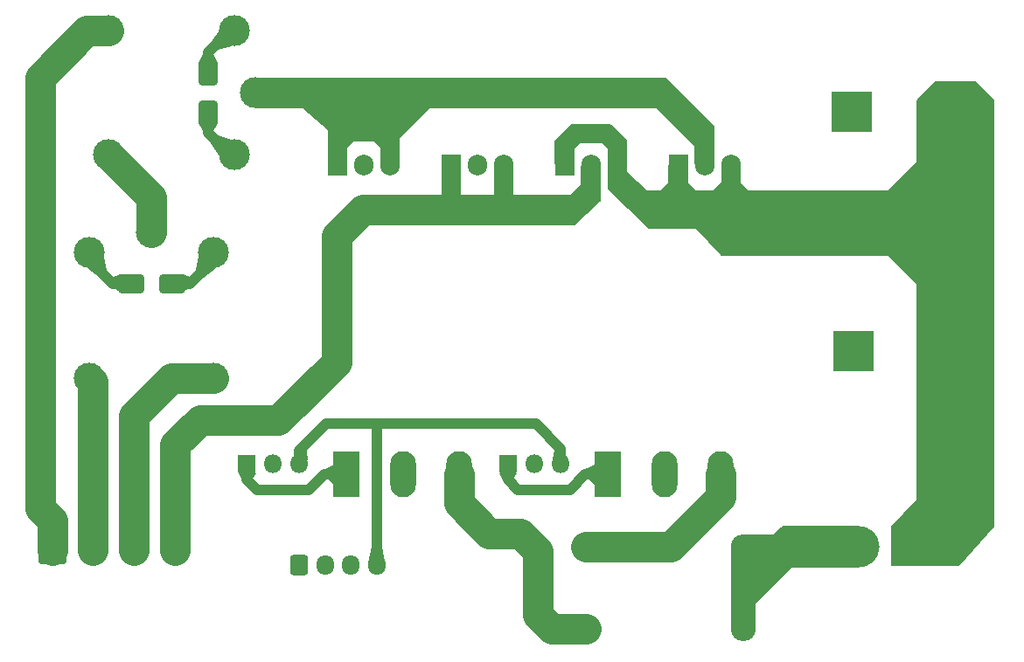
<source format=gbr>
%TF.GenerationSoftware,KiCad,Pcbnew,8.0.7-8.0.7-0~ubuntu20.04.1*%
%TF.CreationDate,2024-12-27T01:10:47+01:00*%
%TF.ProjectId,pcb_power,7063625f-706f-4776-9572-2e6b69636164,1.0.0*%
%TF.SameCoordinates,Original*%
%TF.FileFunction,Copper,L2,Bot*%
%TF.FilePolarity,Positive*%
%FSLAX46Y46*%
G04 Gerber Fmt 4.6, Leading zero omitted, Abs format (unit mm)*
G04 Created by KiCad (PCBNEW 8.0.7-8.0.7-0~ubuntu20.04.1) date 2024-12-27 01:10:47*
%MOMM*%
%LPD*%
G01*
G04 APERTURE LIST*
G04 Aperture macros list*
%AMRoundRect*
0 Rectangle with rounded corners*
0 $1 Rounding radius*
0 $2 $3 $4 $5 $6 $7 $8 $9 X,Y pos of 4 corners*
0 Add a 4 corners polygon primitive as box body*
4,1,4,$2,$3,$4,$5,$6,$7,$8,$9,$2,$3,0*
0 Add four circle primitives for the rounded corners*
1,1,$1+$1,$2,$3*
1,1,$1+$1,$4,$5*
1,1,$1+$1,$6,$7*
1,1,$1+$1,$8,$9*
0 Add four rect primitives between the rounded corners*
20,1,$1+$1,$2,$3,$4,$5,0*
20,1,$1+$1,$4,$5,$6,$7,0*
20,1,$1+$1,$6,$7,$8,$9,0*
20,1,$1+$1,$8,$9,$2,$3,0*%
G04 Aperture macros list end*
%TA.AperFunction,ComponentPad*%
%ADD10C,2.400000*%
%TD*%
%TA.AperFunction,ComponentPad*%
%ADD11O,2.400000X2.400000*%
%TD*%
%TA.AperFunction,ComponentPad*%
%ADD12R,4.000000X4.000000*%
%TD*%
%TA.AperFunction,ComponentPad*%
%ADD13C,4.000000*%
%TD*%
%TA.AperFunction,ComponentPad*%
%ADD14C,3.000000*%
%TD*%
%TA.AperFunction,ComponentPad*%
%ADD15RoundRect,0.250000X-0.600000X-0.725000X0.600000X-0.725000X0.600000X0.725000X-0.600000X0.725000X0*%
%TD*%
%TA.AperFunction,ComponentPad*%
%ADD16O,1.700000X1.950000*%
%TD*%
%TA.AperFunction,ComponentPad*%
%ADD17R,3.800000X3.800000*%
%TD*%
%TA.AperFunction,ComponentPad*%
%ADD18RoundRect,0.250001X-1.099999X-1.099999X1.099999X-1.099999X1.099999X1.099999X-1.099999X1.099999X0*%
%TD*%
%TA.AperFunction,ComponentPad*%
%ADD19C,2.700000*%
%TD*%
%TA.AperFunction,SMDPad,CuDef*%
%ADD20RoundRect,0.250000X1.000000X0.650000X-1.000000X0.650000X-1.000000X-0.650000X1.000000X-0.650000X0*%
%TD*%
%TA.AperFunction,ComponentPad*%
%ADD21R,1.905000X2.000000*%
%TD*%
%TA.AperFunction,ComponentPad*%
%ADD22O,1.905000X2.000000*%
%TD*%
%TA.AperFunction,ComponentPad*%
%ADD23R,1.800000X1.800000*%
%TD*%
%TA.AperFunction,ComponentPad*%
%ADD24O,1.800000X1.800000*%
%TD*%
%TA.AperFunction,SMDPad,CuDef*%
%ADD25RoundRect,0.250000X0.650000X-1.000000X0.650000X1.000000X-0.650000X1.000000X-0.650000X-1.000000X0*%
%TD*%
%TA.AperFunction,ComponentPad*%
%ADD26R,2.500000X4.500000*%
%TD*%
%TA.AperFunction,ComponentPad*%
%ADD27O,2.500000X4.500000*%
%TD*%
%TA.AperFunction,Conductor*%
%ADD28C,3.000000*%
%TD*%
%TA.AperFunction,Conductor*%
%ADD29C,1.000000*%
%TD*%
G04 APERTURE END LIST*
D10*
%TO.P,R40,1*%
%TO.N,/Series pass transistors/pwr_e1*%
X112080000Y-90500000D03*
D11*
%TO.P,R40,2*%
%TO.N,/Series pass transistors/emitter*%
X127320000Y-90500000D03*
%TD*%
D12*
%TO.P,C31,1*%
%TO.N,/Rectifier/+DC*%
X137842169Y-40300000D03*
D13*
%TO.P,C31,2*%
%TO.N,/Rectifier/-DC*%
X147842169Y-40300000D03*
%TD*%
D14*
%TO.P,K20,11*%
%TO.N,/Rectifier/AC2*%
X80050000Y-38500000D03*
%TO.P,K20,12*%
%TO.N,Net-(K20-Pad12)*%
X65850000Y-44500000D03*
%TO.P,K20,14*%
%TO.N,/Tab selector/30V_AC*%
X65850000Y-32500000D03*
%TO.P,K20,A1*%
%TO.N,/Tab selector/relay_2*%
X78050000Y-32500000D03*
%TO.P,K20,A2*%
%TO.N,/Tab selector/relay_VCC*%
X78050000Y-44500000D03*
%TD*%
%TO.P,K21,11*%
%TO.N,Net-(K20-Pad12)*%
X70000000Y-52000000D03*
%TO.P,K21,12*%
%TO.N,/Tab selector/10V_AC*%
X76000000Y-66200000D03*
%TO.P,K21,14*%
%TO.N,/Tab selector/20V_AC*%
X64000000Y-66200000D03*
%TO.P,K21,A1*%
%TO.N,/Tab selector/relay_1*%
X64000000Y-54000000D03*
%TO.P,K21,A2*%
%TO.N,/Tab selector/relay_VCC*%
X76000000Y-54000000D03*
%TD*%
D15*
%TO.P,J10,1,Pin_1*%
%TO.N,/Tab selector/relay_1*%
X84300000Y-84300000D03*
D16*
%TO.P,J10,2,Pin_2*%
%TO.N,/Tab selector/relay_2*%
X86800000Y-84300000D03*
%TO.P,J10,3,Pin_3*%
%TO.N,/Tab selector/relay_VCC*%
X89300000Y-84300000D03*
%TO.P,J10,4,Pin_4*%
%TO.N,/Series pass transistors/base*%
X91800000Y-84300000D03*
%TD*%
D17*
%TO.P,J12,1,Pin_1*%
%TO.N,/Rectifier/-DC*%
X143500000Y-82500000D03*
D13*
%TO.P,J12,2,Pin_2*%
%TO.N,/Series pass transistors/emitter*%
X138500000Y-82500000D03*
%TD*%
D12*
%TO.P,C30,1*%
%TO.N,/Rectifier/+DC*%
X138000000Y-63500000D03*
D13*
%TO.P,C30,2*%
%TO.N,/Rectifier/-DC*%
X148000000Y-63500000D03*
%TD*%
D10*
%TO.P,R41,1*%
%TO.N,/Series pass transistors/pwr_e2*%
X112080000Y-82500000D03*
D11*
%TO.P,R41,2*%
%TO.N,/Series pass transistors/emitter*%
X127320000Y-82500000D03*
%TD*%
D18*
%TO.P,J11,1,Pin_1*%
%TO.N,/Tab selector/30V_AC*%
X60382500Y-82850000D03*
D19*
%TO.P,J11,2,Pin_2*%
%TO.N,/Tab selector/20V_AC*%
X64342500Y-82850000D03*
%TO.P,J11,3,Pin_3*%
%TO.N,/Tab selector/10V_AC*%
X68302500Y-82850000D03*
%TO.P,J11,4,Pin_4*%
%TO.N,/Rectifier/AC1*%
X72262500Y-82850000D03*
%TD*%
D20*
%TO.P,D21,1,K*%
%TO.N,/Tab selector/relay_VCC*%
X72000000Y-57000000D03*
%TO.P,D21,2,A*%
%TO.N,/Tab selector/relay_1*%
X68000000Y-57000000D03*
%TD*%
D21*
%TO.P,D30,1,K*%
%TO.N,/Rectifier/AC1*%
X99000000Y-45500000D03*
D22*
%TO.P,D30,2,A*%
%TO.N,/Rectifier/+DC*%
X101540000Y-45500000D03*
%TO.P,D30,3,K*%
%TO.N,/Rectifier/AC1*%
X104080000Y-45500000D03*
%TD*%
D21*
%TO.P,D32,1,K*%
%TO.N,/Rectifier/AC2*%
X88000000Y-45500000D03*
D22*
%TO.P,D32,2,A*%
%TO.N,/Rectifier/+DC*%
X90540000Y-45500000D03*
%TO.P,D32,3,K*%
%TO.N,/Rectifier/AC2*%
X93080000Y-45500000D03*
%TD*%
D23*
%TO.P,Q43,1,E*%
%TO.N,/Series pass transistors/pwr_eb2*%
X104500000Y-74500000D03*
D24*
%TO.P,Q43,2,C*%
%TO.N,/Rectifier/+DC*%
X107040000Y-74500000D03*
%TO.P,Q43,3,B*%
%TO.N,/Series pass transistors/base*%
X109580000Y-74500000D03*
%TD*%
D25*
%TO.P,D20,1,K*%
%TO.N,/Tab selector/relay_VCC*%
X75500000Y-40500000D03*
%TO.P,D20,2,A*%
%TO.N,/Tab selector/relay_2*%
X75500000Y-36500000D03*
%TD*%
D26*
%TO.P,Q42,1,B*%
%TO.N,/Series pass transistors/pwr_eb2*%
X114200000Y-75500000D03*
D27*
%TO.P,Q42,2,C*%
%TO.N,/Rectifier/+DC*%
X119650000Y-75500000D03*
%TO.P,Q42,3,E*%
%TO.N,/Series pass transistors/pwr_e2*%
X125100000Y-75500000D03*
%TD*%
D21*
%TO.P,D31,1,K*%
%TO.N,/Rectifier/-DC*%
X110000000Y-45500000D03*
D22*
%TO.P,D31,2,A*%
%TO.N,/Rectifier/AC1*%
X112540000Y-45500000D03*
%TO.P,D31,3,K*%
%TO.N,/Rectifier/-DC*%
X115080000Y-45500000D03*
%TD*%
D26*
%TO.P,Q40,1,B*%
%TO.N,/Series pass transistors/pwr_eb1*%
X88900000Y-75500000D03*
D27*
%TO.P,Q40,2,C*%
%TO.N,/Rectifier/+DC*%
X94350000Y-75500000D03*
%TO.P,Q40,3,E*%
%TO.N,/Series pass transistors/pwr_e1*%
X99800000Y-75500000D03*
%TD*%
D21*
%TO.P,D33,1,K*%
%TO.N,/Rectifier/-DC*%
X121000000Y-45500000D03*
D22*
%TO.P,D33,2,A*%
%TO.N,/Rectifier/AC2*%
X123540000Y-45500000D03*
%TO.P,D33,3,K*%
%TO.N,/Rectifier/-DC*%
X126080000Y-45500000D03*
%TD*%
D23*
%TO.P,Q41,1,E*%
%TO.N,/Series pass transistors/pwr_eb1*%
X79250000Y-74500000D03*
D24*
%TO.P,Q41,2,C*%
%TO.N,/Rectifier/+DC*%
X81790000Y-74500000D03*
%TO.P,Q41,3,B*%
%TO.N,/Series pass transistors/base*%
X84330000Y-74500000D03*
%TD*%
D28*
%TO.N,/Rectifier/AC1*%
X82300000Y-70200000D02*
X87900000Y-64600000D01*
X87900000Y-52400000D02*
X90450000Y-49850000D01*
X74700000Y-70200000D02*
X82300000Y-70200000D01*
X72262500Y-82850000D02*
X72262500Y-72637500D01*
X90450000Y-49850000D02*
X100800000Y-49850000D01*
X87900000Y-64600000D02*
X87900000Y-52400000D01*
X72262500Y-72637500D02*
X74700000Y-70200000D01*
D29*
%TO.N,/Tab selector/relay_VCC*%
X75500000Y-40500000D02*
X75500000Y-42400000D01*
X75500000Y-42400000D02*
X77600000Y-44500000D01*
X76000000Y-54750000D02*
X76000000Y-54000000D01*
X72000000Y-57000000D02*
X73750000Y-57000000D01*
X73750000Y-57000000D02*
X76000000Y-54750000D01*
X77600000Y-44500000D02*
X78050000Y-44500000D01*
%TO.N,/Tab selector/relay_2*%
X77600000Y-32500000D02*
X78050000Y-32500000D01*
X75500000Y-36500000D02*
X75500000Y-34600000D01*
X75500000Y-34600000D02*
X77600000Y-32500000D01*
%TO.N,/Tab selector/relay_1*%
X64000000Y-54700000D02*
X64000000Y-54000000D01*
X66300000Y-57000000D02*
X64000000Y-54700000D01*
X68000000Y-57000000D02*
X66300000Y-57000000D01*
D28*
%TO.N,/Tab selector/10V_AC*%
X68302500Y-69797500D02*
X68302500Y-82850000D01*
X76000000Y-66200000D02*
X71900000Y-66200000D01*
X71900000Y-66200000D02*
X68302500Y-69797500D01*
%TO.N,/Tab selector/20V_AC*%
X64342500Y-66542500D02*
X64000000Y-66200000D01*
X64342500Y-82850000D02*
X64342500Y-66542500D01*
%TO.N,/Tab selector/30V_AC*%
X63700000Y-32500000D02*
X59200000Y-37000000D01*
X59200000Y-78800000D02*
X60382500Y-79982500D01*
X60382500Y-79982500D02*
X60382500Y-82850000D01*
X59200000Y-37000000D02*
X59200000Y-78800000D01*
X65850000Y-32500000D02*
X63700000Y-32500000D01*
%TO.N,Net-(K20-Pad12)*%
X70000000Y-48650000D02*
X65850000Y-44500000D01*
X70000000Y-52000000D02*
X70000000Y-48650000D01*
D29*
%TO.N,/Series pass transistors/base*%
X91600000Y-70600000D02*
X107200000Y-70600000D01*
X91800000Y-70800000D02*
X91600000Y-70600000D01*
X91800000Y-84300000D02*
X91800000Y-70800000D01*
X109580000Y-72980000D02*
X109580000Y-74500000D01*
X84330000Y-74500000D02*
X84330000Y-73170000D01*
X107200000Y-70600000D02*
X109580000Y-72980000D01*
X84330000Y-73170000D02*
X86900000Y-70600000D01*
X86900000Y-70600000D02*
X91600000Y-70600000D01*
D28*
%TO.N,/Series pass transistors/pwr_e1*%
X108800000Y-90500000D02*
X112080000Y-90500000D01*
X99800000Y-75500000D02*
X99800000Y-78300000D01*
X107400000Y-82900000D02*
X107400000Y-89100000D01*
X105700000Y-81200000D02*
X107400000Y-82900000D01*
X107400000Y-89100000D02*
X108800000Y-90500000D01*
X102700000Y-81200000D02*
X105700000Y-81200000D01*
X99800000Y-78300000D02*
X102700000Y-81200000D01*
D29*
%TO.N,/Series pass transistors/pwr_eb1*%
X80250000Y-77000000D02*
X85250000Y-77000000D01*
X86750000Y-75500000D02*
X88900000Y-75500000D01*
X85250000Y-77000000D02*
X86750000Y-75500000D01*
X79250000Y-76000000D02*
X80250000Y-77000000D01*
X79250000Y-74500000D02*
X79250000Y-76000000D01*
D28*
%TO.N,/Series pass transistors/pwr_e2*%
X125100000Y-75500000D02*
X125100000Y-77700000D01*
X120300000Y-82500000D02*
X112080000Y-82500000D01*
X125100000Y-77700000D02*
X120300000Y-82500000D01*
D29*
%TO.N,/Series pass transistors/pwr_eb2*%
X104500000Y-76000000D02*
X105500000Y-77000000D01*
X105500000Y-77000000D02*
X110500000Y-77000000D01*
X104500000Y-74500000D02*
X104500000Y-76000000D01*
X110500000Y-77000000D02*
X112000000Y-75500000D01*
X112000000Y-75500000D02*
X114200000Y-75500000D01*
%TD*%
%TA.AperFunction,Conductor*%
%TO.N,/Tab selector/relay_VCC*%
G36*
X75506662Y-40509306D02*
G01*
X75509261Y-40511689D01*
X76376024Y-41589521D01*
X76378538Y-41598116D01*
X76377120Y-41602560D01*
X76031121Y-42221807D01*
X76029180Y-42224373D01*
X75334650Y-42918903D01*
X75326377Y-42922330D01*
X75318104Y-42918903D01*
X75315935Y-42915908D01*
X74701113Y-41699459D01*
X74700439Y-41690529D01*
X74701836Y-41687668D01*
X75490430Y-40512500D01*
X75497883Y-40507541D01*
X75506662Y-40509306D01*
G37*
%TD.AperFunction*%
%TD*%
%TA.AperFunction,Conductor*%
%TO.N,/Series pass transistors/base*%
G36*
X109738831Y-72441734D02*
G01*
X109741630Y-72446227D01*
X110232629Y-73884389D01*
X110232059Y-73893325D01*
X110229529Y-73896733D01*
X109586935Y-74494909D01*
X109578544Y-74498038D01*
X109573272Y-74496568D01*
X108813799Y-74073770D01*
X108808237Y-74066751D01*
X108808108Y-74060837D01*
X109027690Y-73138781D01*
X109030796Y-73133223D01*
X109722286Y-72441733D01*
X109730558Y-72438307D01*
X109738831Y-72441734D01*
G37*
%TD.AperFunction*%
%TD*%
%TA.AperFunction,Conductor*%
%TO.N,/Series pass transistors/base*%
G36*
X84317341Y-72493844D02*
G01*
X84321005Y-72496325D01*
X85013087Y-73188407D01*
X85016413Y-73195142D01*
X85138214Y-74113927D01*
X85135904Y-74122579D01*
X85131565Y-74126066D01*
X84337084Y-74497068D01*
X84328138Y-74497464D01*
X84323494Y-74494357D01*
X83732145Y-73846813D01*
X83729098Y-73838395D01*
X83730030Y-73834320D01*
X84301980Y-72499986D01*
X84308387Y-72493735D01*
X84317341Y-72493844D01*
G37*
%TD.AperFunction*%
%TD*%
%TA.AperFunction,Conductor*%
%TO.N,/Series pass transistors/pwr_eb2*%
G36*
X112955798Y-74523876D02*
G01*
X113786270Y-75174571D01*
X114189187Y-75490267D01*
X114193586Y-75498067D01*
X114191181Y-75506693D01*
X114189367Y-75508543D01*
X112958185Y-76512915D01*
X112949608Y-76515489D01*
X112942523Y-76512129D01*
X112318198Y-75888908D01*
X111622621Y-75193331D01*
X111619194Y-75185058D01*
X111622621Y-75176785D01*
X111625701Y-75174573D01*
X112943397Y-74522599D01*
X112952330Y-74522003D01*
X112955798Y-74523876D01*
G37*
%TD.AperFunction*%
%TD*%
%TA.AperFunction,Conductor*%
%TO.N,/Series pass transistors/pwr_eb1*%
G36*
X79257566Y-74507598D02*
G01*
X79258097Y-74508097D01*
X80142922Y-75392922D01*
X80146349Y-75401195D01*
X80144103Y-75408087D01*
X79816223Y-75857840D01*
X79815042Y-75859221D01*
X79119497Y-76554766D01*
X79111224Y-76558193D01*
X79102951Y-76554766D01*
X79101021Y-76552220D01*
X78712049Y-75859221D01*
X78458357Y-75407240D01*
X78457297Y-75398350D01*
X78459787Y-75393776D01*
X79241054Y-74508626D01*
X79249096Y-74504693D01*
X79257566Y-74507598D01*
G37*
%TD.AperFunction*%
%TD*%
%TA.AperFunction,Conductor*%
%TO.N,/Rectifier/AC1*%
G36*
X99893039Y-45519685D02*
G01*
X99938794Y-45572489D01*
X99950000Y-45624000D01*
X99950000Y-48350000D01*
X103150000Y-48350000D01*
X103150000Y-45624000D01*
X103169685Y-45556961D01*
X103222489Y-45511206D01*
X103274000Y-45500000D01*
X104876000Y-45500000D01*
X104943039Y-45519685D01*
X104988794Y-45572489D01*
X105000000Y-45624000D01*
X105000000Y-48350000D01*
X110650000Y-48350000D01*
X111600000Y-47400000D01*
X111600000Y-45624000D01*
X111619685Y-45556961D01*
X111672489Y-45511206D01*
X111724000Y-45500000D01*
X113376000Y-45500000D01*
X113443039Y-45519685D01*
X113488794Y-45572489D01*
X113500000Y-45624000D01*
X113500000Y-48994137D01*
X113480315Y-49061176D01*
X113458159Y-49087013D01*
X110935184Y-51318876D01*
X110871929Y-51348550D01*
X110853025Y-51350000D01*
X98224000Y-51350000D01*
X98156961Y-51330315D01*
X98111206Y-51277511D01*
X98100000Y-51226000D01*
X98100000Y-45624000D01*
X98119685Y-45556961D01*
X98172489Y-45511206D01*
X98224000Y-45500000D01*
X99826000Y-45500000D01*
X99893039Y-45519685D01*
G37*
%TD.AperFunction*%
%TD*%
%TA.AperFunction,Conductor*%
%TO.N,/Tab selector/relay_1*%
G36*
X66907064Y-56121675D02*
G01*
X66909486Y-56123177D01*
X67987402Y-56990008D01*
X67991702Y-56997863D01*
X67989188Y-57006458D01*
X67985927Y-57009254D01*
X66769171Y-57712940D01*
X66760294Y-57714116D01*
X66757294Y-57712844D01*
X65641097Y-57043064D01*
X65635766Y-57035869D01*
X65637085Y-57027012D01*
X65638840Y-57024763D01*
X66333537Y-56330066D01*
X66337766Y-56327362D01*
X66898117Y-56121314D01*
X66907064Y-56121675D01*
G37*
%TD.AperFunction*%
%TD*%
%TA.AperFunction,Conductor*%
%TO.N,/Series pass transistors/pwr_eb2*%
G36*
X104507566Y-74507598D02*
G01*
X104508097Y-74508097D01*
X105392922Y-75392922D01*
X105396349Y-75401195D01*
X105394103Y-75408087D01*
X105066223Y-75857840D01*
X105065042Y-75859221D01*
X104369497Y-76554766D01*
X104361224Y-76558193D01*
X104352951Y-76554766D01*
X104351021Y-76552220D01*
X103962049Y-75859221D01*
X103708357Y-75407240D01*
X103707297Y-75398350D01*
X103709787Y-75393776D01*
X104491054Y-74508626D01*
X104499096Y-74504693D01*
X104507566Y-74507598D01*
G37*
%TD.AperFunction*%
%TD*%
%TA.AperFunction,Conductor*%
%TO.N,/Series pass transistors/emitter*%
G36*
X138443039Y-80519685D02*
G01*
X138488794Y-80572489D01*
X138500000Y-80624000D01*
X138500000Y-84376000D01*
X138480315Y-84443039D01*
X138427511Y-84488794D01*
X138376000Y-84500000D01*
X131999999Y-84500000D01*
X128500000Y-87999999D01*
X128500000Y-90498638D01*
X128480315Y-90565677D01*
X128463681Y-90586319D01*
X127434103Y-91615896D01*
X127372780Y-91649381D01*
X127303088Y-91644397D01*
X127262467Y-91619470D01*
X126140382Y-90587151D01*
X126104374Y-90527277D01*
X126100340Y-90495134D01*
X126149693Y-82549374D01*
X126169794Y-82482460D01*
X126184161Y-82464353D01*
X127263388Y-81338204D01*
X127323985Y-81303422D01*
X127352915Y-81300000D01*
X130199999Y-81300000D01*
X130200000Y-81300000D01*
X130918250Y-80624000D01*
X131014191Y-80533703D01*
X131076500Y-80502091D01*
X131099176Y-80500000D01*
X138376000Y-80500000D01*
X138443039Y-80519685D01*
G37*
%TD.AperFunction*%
%TD*%
%TA.AperFunction,Conductor*%
%TO.N,/Rectifier/AC2*%
G36*
X119716825Y-37019685D02*
G01*
X119736065Y-37034938D01*
X124462279Y-41613458D01*
X124496733Y-41674241D01*
X124500000Y-41702519D01*
X124500000Y-45376000D01*
X124480315Y-45443039D01*
X124427511Y-45488794D01*
X124376000Y-45500000D01*
X122724000Y-45500000D01*
X122656961Y-45480315D01*
X122611206Y-45427511D01*
X122600000Y-45376000D01*
X122600000Y-43650000D01*
X118900000Y-40000000D01*
X96950000Y-40000000D01*
X96949999Y-40000000D01*
X94000000Y-42900000D01*
X94000000Y-45376000D01*
X93980315Y-45443039D01*
X93927511Y-45488794D01*
X93876000Y-45500000D01*
X92274000Y-45500000D01*
X92206961Y-45480315D01*
X92161206Y-45427511D01*
X92150000Y-45376000D01*
X92150000Y-43850000D01*
X92149999Y-43849999D01*
X91450000Y-43200000D01*
X89650000Y-43200000D01*
X88950000Y-43849999D01*
X88950000Y-45376000D01*
X88930315Y-45443039D01*
X88877511Y-45488794D01*
X88826000Y-45500000D01*
X87174000Y-45500000D01*
X87106961Y-45480315D01*
X87061206Y-45427511D01*
X87050000Y-45376000D01*
X87050000Y-42100000D01*
X86535714Y-41650000D01*
X84650000Y-40000000D01*
X84649998Y-40000000D01*
X80124000Y-40000000D01*
X80056961Y-39980315D01*
X80011206Y-39927511D01*
X80000000Y-39876000D01*
X80000000Y-37124000D01*
X80019685Y-37056961D01*
X80072489Y-37011206D01*
X80124000Y-37000000D01*
X119649786Y-37000000D01*
X119716825Y-37019685D01*
G37*
%TD.AperFunction*%
%TD*%
%TA.AperFunction,Conductor*%
%TO.N,/Tab selector/relay_VCC*%
G36*
X75997181Y-54003820D02*
G01*
X76002686Y-54010883D01*
X76002932Y-54011975D01*
X76255708Y-55452417D01*
X76253763Y-55461158D01*
X76251418Y-55463634D01*
X75049940Y-56408906D01*
X75041319Y-56411329D01*
X75034433Y-56407984D01*
X74338965Y-55712516D01*
X74335538Y-55704243D01*
X74335711Y-55702239D01*
X74561496Y-54403589D01*
X74566289Y-54396027D01*
X74569904Y-54394319D01*
X75988296Y-54002719D01*
X75997181Y-54003820D01*
G37*
%TD.AperFunction*%
%TD*%
%TA.AperFunction,Conductor*%
%TO.N,/Rectifier/-DC*%
G36*
X149913589Y-37419685D02*
G01*
X149936700Y-37438859D01*
X151566150Y-39164159D01*
X151597870Y-39226412D01*
X151600000Y-39249299D01*
X151600000Y-80453537D01*
X151580315Y-80520576D01*
X151569468Y-80535022D01*
X148237064Y-84357485D01*
X148178172Y-84395082D01*
X148143596Y-84400000D01*
X141724000Y-84400000D01*
X141656961Y-84380315D01*
X141611206Y-84327511D01*
X141600000Y-84276000D01*
X141600000Y-80648591D01*
X141619685Y-80581552D01*
X141633009Y-80564349D01*
X144100000Y-77900000D01*
X144100000Y-57050000D01*
X141300000Y-54300000D01*
X125204233Y-54300000D01*
X125137194Y-54280315D01*
X125113183Y-54260178D01*
X122700000Y-51650000D01*
X122699999Y-51650000D01*
X118149963Y-51650000D01*
X118082924Y-51630315D01*
X118063995Y-51615362D01*
X114188032Y-47886587D01*
X114153367Y-47825923D01*
X114150000Y-47797225D01*
X114150000Y-43900000D01*
X113650000Y-43400000D01*
X111450000Y-43400000D01*
X111449999Y-43400000D01*
X110950000Y-43899999D01*
X110950000Y-45376000D01*
X110930315Y-45443039D01*
X110877511Y-45488794D01*
X110826000Y-45500000D01*
X109174000Y-45500000D01*
X109106961Y-45480315D01*
X109061206Y-45427511D01*
X109050000Y-45376000D01*
X109050000Y-43151362D01*
X109069685Y-43084323D01*
X109086319Y-43063681D01*
X110563681Y-41586319D01*
X110625004Y-41552834D01*
X110651362Y-41550000D01*
X114399786Y-41550000D01*
X114466825Y-41569685D01*
X114486065Y-41584938D01*
X116012279Y-43063458D01*
X116046733Y-43124241D01*
X116050000Y-43152519D01*
X116050000Y-46150000D01*
X117999997Y-47999998D01*
X117999998Y-47999998D01*
X118000000Y-48000000D01*
X119250000Y-48000000D01*
X120050000Y-47200000D01*
X120050000Y-45474000D01*
X120069685Y-45406961D01*
X120122489Y-45361206D01*
X120174000Y-45350000D01*
X121826000Y-45350000D01*
X121893039Y-45369685D01*
X121938794Y-45422489D01*
X121950000Y-45474000D01*
X121950000Y-47200000D01*
X122750000Y-48000000D01*
X124350000Y-48000000D01*
X125150000Y-47200000D01*
X125150000Y-45574000D01*
X125169685Y-45506961D01*
X125222489Y-45461206D01*
X125274000Y-45450000D01*
X126926000Y-45450000D01*
X126993039Y-45469685D01*
X127038794Y-45522489D01*
X127050000Y-45574000D01*
X127050000Y-47200000D01*
X127800000Y-48000000D01*
X141250000Y-48000000D01*
X144100000Y-45200000D01*
X144100000Y-39249299D01*
X144119685Y-39182260D01*
X144133846Y-39164162D01*
X145763300Y-37438859D01*
X145823642Y-37403636D01*
X145853450Y-37400000D01*
X149846550Y-37400000D01*
X149913589Y-37419685D01*
G37*
%TD.AperFunction*%
%TD*%
%TA.AperFunction,Conductor*%
%TO.N,/Tab selector/relay_VCC*%
G36*
X76449727Y-42637936D02*
G01*
X77787172Y-43038460D01*
X77794113Y-43044116D01*
X77795337Y-43047643D01*
X78048485Y-44488065D01*
X78046542Y-44496806D01*
X78038987Y-44501613D01*
X78037914Y-44501751D01*
X76576209Y-44621047D01*
X76567684Y-44618305D01*
X76565455Y-44615775D01*
X75741116Y-43350991D01*
X75739470Y-43342188D01*
X75742643Y-43336331D01*
X76438103Y-42640871D01*
X76446375Y-42637445D01*
X76449727Y-42637936D01*
G37*
%TD.AperFunction*%
%TD*%
%TA.AperFunction,Conductor*%
%TO.N,/Tab selector/relay_VCC*%
G36*
X73102092Y-56121721D02*
G01*
X73677168Y-56362714D01*
X73680918Y-56365232D01*
X74375618Y-57059932D01*
X74379045Y-57068205D01*
X74375618Y-57076478D01*
X74373199Y-57078335D01*
X73238558Y-57734005D01*
X73229680Y-57735178D01*
X73226704Y-57733919D01*
X72013729Y-57009330D01*
X72008384Y-57002146D01*
X72009685Y-56993286D01*
X72012393Y-56990171D01*
X73090243Y-56123394D01*
X73098837Y-56120881D01*
X73102092Y-56121721D01*
G37*
%TD.AperFunction*%
%TD*%
%TA.AperFunction,Conductor*%
%TO.N,/Tab selector/relay_1*%
G36*
X64011726Y-54002503D02*
G01*
X65434000Y-54369742D01*
X65441153Y-54375128D01*
X65442558Y-54378831D01*
X65697260Y-55685235D01*
X65695479Y-55694011D01*
X65694049Y-55695747D01*
X64998580Y-56391216D01*
X64990307Y-56394643D01*
X64983210Y-56392245D01*
X63770586Y-55467026D01*
X63766087Y-55459283D01*
X63766129Y-55455880D01*
X63997261Y-54011984D01*
X64001953Y-54004357D01*
X64010663Y-54002281D01*
X64011726Y-54002503D01*
G37*
%TD.AperFunction*%
%TD*%
%TA.AperFunction,Conductor*%
%TO.N,/Series pass transistors/base*%
G36*
X92298866Y-82494760D02*
G01*
X92302020Y-82500521D01*
X92631440Y-83999044D01*
X92629869Y-84007860D01*
X92623879Y-84012599D01*
X91803866Y-84299646D01*
X91796134Y-84299646D01*
X90976120Y-84012599D01*
X90969444Y-84006631D01*
X90968559Y-83999045D01*
X91297980Y-82500520D01*
X91303103Y-82493177D01*
X91309407Y-82491333D01*
X92290593Y-82491333D01*
X92298866Y-82494760D01*
G37*
%TD.AperFunction*%
%TD*%
%TA.AperFunction,Conductor*%
%TO.N,/Tab selector/relay_2*%
G36*
X75331655Y-34078927D02*
G01*
X75334650Y-34081096D01*
X76029180Y-34775626D01*
X76031121Y-34778192D01*
X76377120Y-35397439D01*
X76378164Y-35406333D01*
X76376024Y-35410478D01*
X75509261Y-36488310D01*
X75501406Y-36492610D01*
X75492811Y-36490096D01*
X75490428Y-36487497D01*
X74767698Y-35410478D01*
X74701839Y-35312334D01*
X74700075Y-35303557D01*
X74701111Y-35300542D01*
X75315935Y-34084090D01*
X75322725Y-34078253D01*
X75331655Y-34078927D01*
G37*
%TD.AperFunction*%
%TD*%
%TA.AperFunction,Conductor*%
%TO.N,/Tab selector/relay_2*%
G36*
X78037916Y-32498249D02*
G01*
X78045881Y-32502336D01*
X78048623Y-32510861D01*
X78048485Y-32511934D01*
X77795338Y-33952355D01*
X77790531Y-33959910D01*
X77787172Y-33961538D01*
X76449732Y-34362062D01*
X76440823Y-34361153D01*
X76438102Y-34359127D01*
X75742645Y-33663670D01*
X75739218Y-33655397D01*
X75741116Y-33649008D01*
X76482917Y-32510861D01*
X76565455Y-32384222D01*
X76572843Y-32379164D01*
X76576208Y-32378951D01*
X78037916Y-32498249D01*
G37*
%TD.AperFunction*%
%TD*%
%TA.AperFunction,Conductor*%
%TO.N,/Series pass transistors/pwr_eb1*%
G36*
X87655869Y-74543491D02*
G01*
X88889098Y-75490379D01*
X88893573Y-75498135D01*
X88891253Y-75506784D01*
X88889457Y-75508653D01*
X87658198Y-76533197D01*
X87649646Y-76535854D01*
X87642450Y-76532486D01*
X87032842Y-75924264D01*
X87032846Y-75924259D01*
X87032832Y-75924254D01*
X86337098Y-75228520D01*
X86333671Y-75220247D01*
X86337098Y-75211974D01*
X86340034Y-75209835D01*
X87643413Y-74542357D01*
X87652338Y-74541637D01*
X87655869Y-74543491D01*
G37*
%TD.AperFunction*%
%TD*%
M02*

</source>
